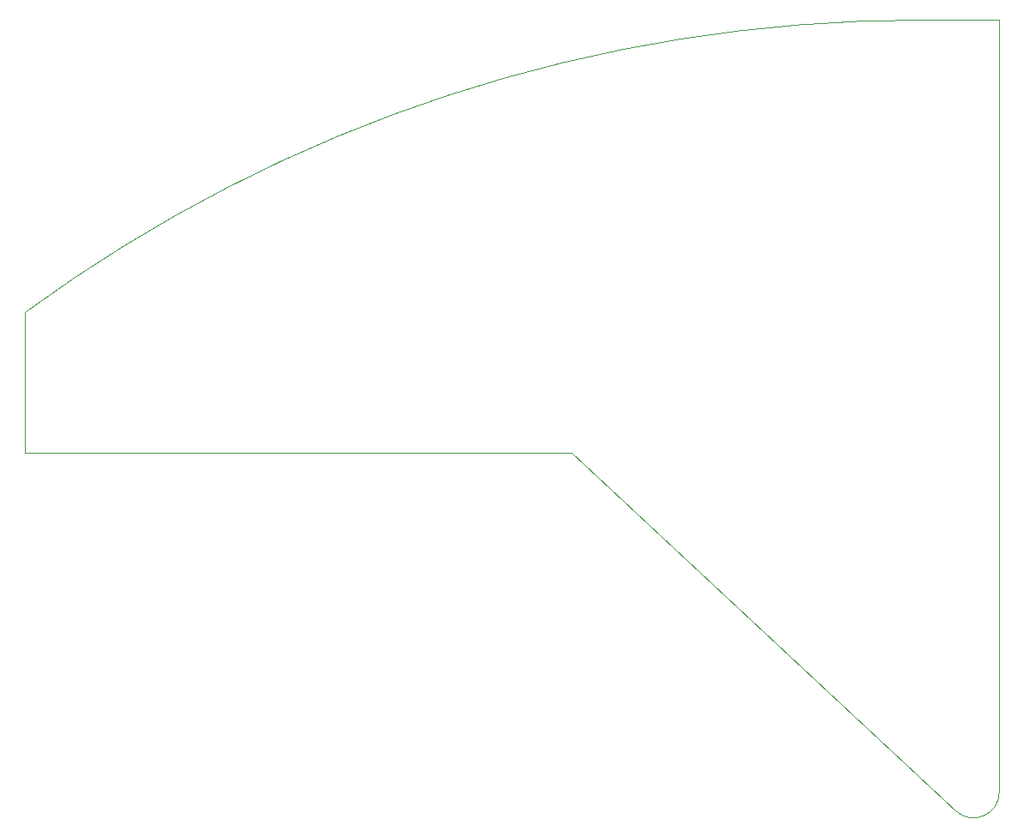
<source format=gbr>
%TF.GenerationSoftware,KiCad,Pcbnew,(5.1.12-1-10_14)*%
%TF.CreationDate,2021-11-28T14:02:16+11:00*%
%TF.ProjectId,ewi_v3,6577695f-7633-42e6-9b69-6361645f7063,rev?*%
%TF.SameCoordinates,Original*%
%TF.FileFunction,Profile,NP*%
%FSLAX46Y46*%
G04 Gerber Fmt 4.6, Leading zero omitted, Abs format (unit mm)*
G04 Created by KiCad (PCBNEW (5.1.12-1-10_14)) date 2021-11-28 14:02:16*
%MOMM*%
%LPD*%
G01*
G04 APERTURE LIST*
%TA.AperFunction,Profile*%
%ADD10C,0.050000*%
%TD*%
G04 APERTURE END LIST*
D10*
X197738999Y-135118097D02*
G75*
G02*
X193466103Y-136975157I-2540000J0D01*
G01*
X101600000Y-87799222D02*
X101600000Y-101600000D01*
X101600000Y-87799222D02*
G75*
G02*
X189864999Y-58896250I88264999J-120322027D01*
G01*
X155556277Y-101600000D02*
X193466103Y-136975157D01*
X197738999Y-135118097D02*
X197738999Y-58896250D01*
X197738999Y-58896250D02*
X189864999Y-58896250D01*
X101600000Y-101600000D02*
X155556277Y-101600000D01*
M02*

</source>
